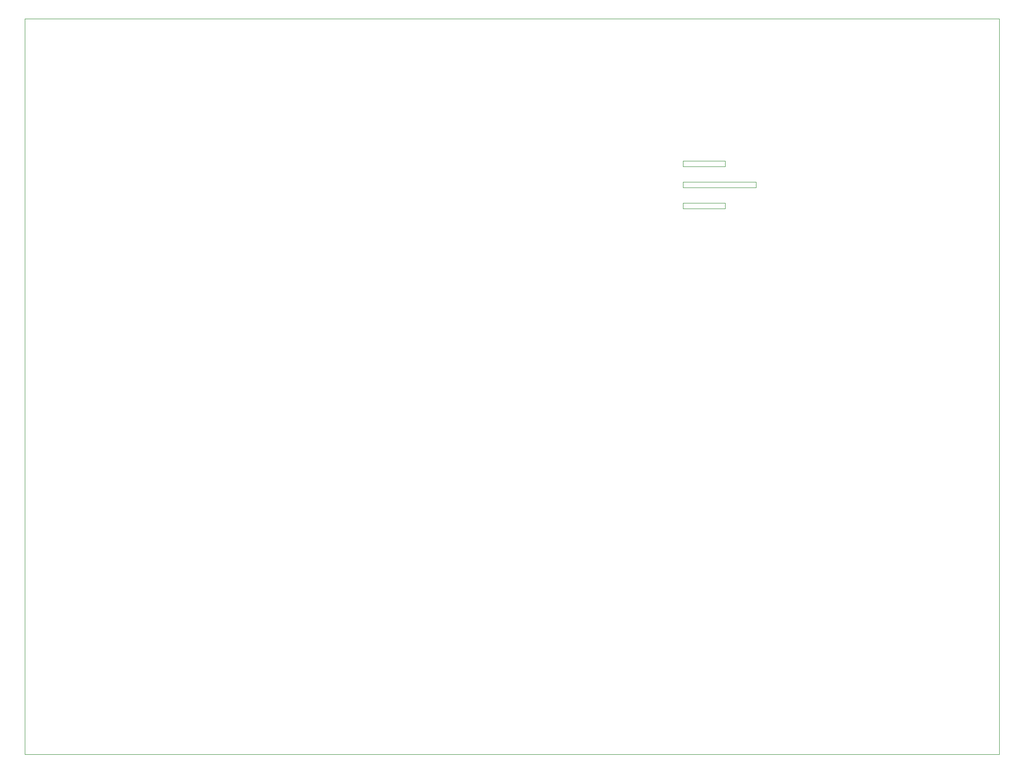
<source format=gm1>
G04 #@! TF.GenerationSoftware,KiCad,Pcbnew,(5.1.0)-1*
G04 #@! TF.CreationDate,2022-05-17T16:18:03+10:00*
G04 #@! TF.ProjectId,mainPCB_v0.92,6d61696e-5043-4425-9f76-302e39322e6b,rev?*
G04 #@! TF.SameCoordinates,Original*
G04 #@! TF.FileFunction,Profile,NP*
%FSLAX46Y46*%
G04 Gerber Fmt 4.6, Leading zero omitted, Abs format (unit mm)*
G04 Created by KiCad (PCBNEW (5.1.0)-1) date 2022-05-17 16:18:03*
%MOMM*%
%LPD*%
G04 APERTURE LIST*
%ADD10C,0.100000*%
G04 APERTURE END LIST*
D10*
X126746000Y-33401000D02*
X126746000Y-34417000D01*
X126746000Y-25781000D02*
X126746000Y-26797000D01*
X119126000Y-26797000D02*
X119126000Y-25781000D01*
X126746000Y-26797000D02*
X119126000Y-26797000D01*
X119126000Y-25781000D02*
X126746000Y-25781000D01*
X119126000Y-34417000D02*
X119126000Y-33401000D01*
X126746000Y-34417000D02*
X119126000Y-34417000D01*
X119126000Y-33401000D02*
X126746000Y-33401000D01*
X119126000Y-29591000D02*
X132334000Y-29591000D01*
X119126000Y-30607000D02*
X119126000Y-29591000D01*
X132334000Y-30607000D02*
X119126000Y-30607000D01*
X132334000Y-29591000D02*
X132334000Y-30607000D01*
X0Y0D02*
X0Y-133223000D01*
X176403000Y0D02*
X0Y0D01*
X176403000Y-133223000D02*
X176403000Y0D01*
X0Y-133223000D02*
X176403000Y-133223000D01*
M02*

</source>
